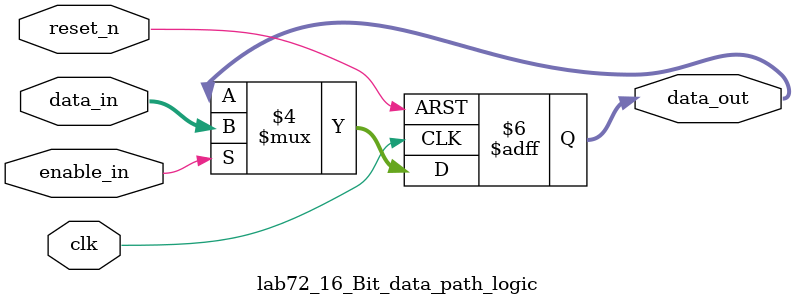
<source format=v>
`timescale 1ns / 1ps


module lab72_16_Bit_data_path_logic(
            input [15:0] data_in,
            input clk ,reset_n,
            input enable_in,
            output reg [15:0] data_out
    );
    
always @(posedge clk or negedge reset_n)
begin
    if(!reset_n) 
        data_out <= 16'b0;
    else if (enable_in)
        data_out <= data_in;
    else
        data_out <= data_out;
end
endmodule

</source>
